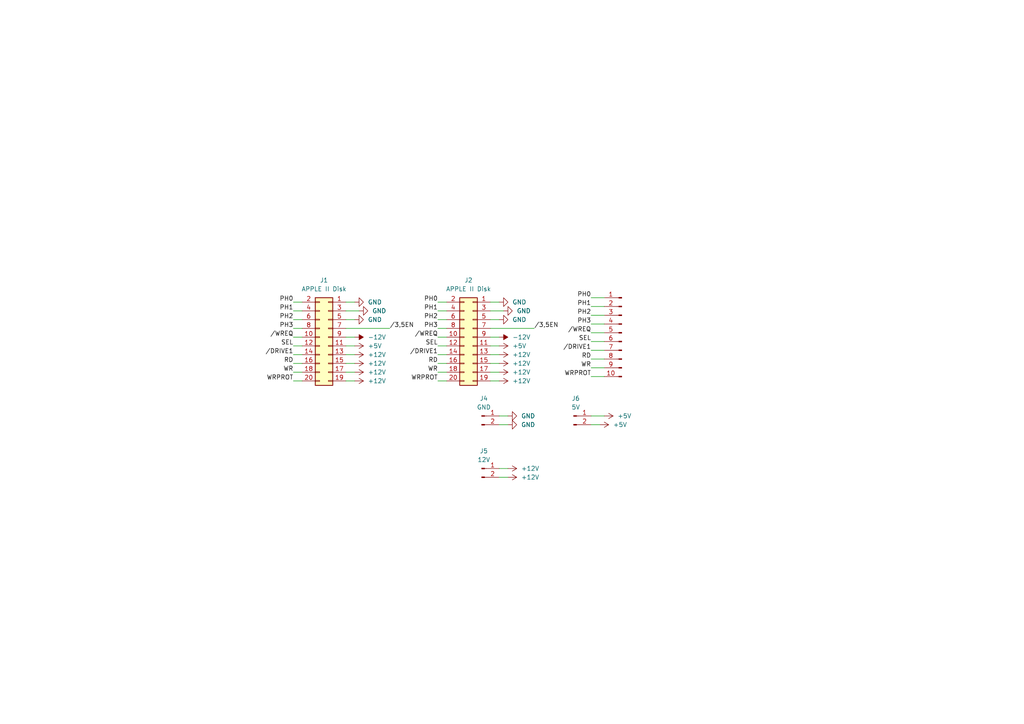
<source format=kicad_sch>
(kicad_sch (version 20211123) (generator eeschema)
  (paper "A4")
  (lib_symbols
    (symbol "Connector:Conn_01x02_Male" (pin_names (offset 1.016) hide)
      (property "Reference" "J" (at 0 2.54 0))
      (property "Value" "Conn_01x02_Male" (at 0 -5.08 0))
      (property "Footprint" "Connector_PinHeader_2.54mm:PinHeader_1x02_P2.54mm_Vertical" (at 0 0 0))
      (symbol "Conn_01x02_Male_1_1"
        (polyline (pts (xy 1.27 -2.54) (xy 0.8636 -2.54)) (stroke (width 0.1524)))
        (polyline (pts (xy 1.27 0) (xy 0.8636 0)) (stroke (width 0.1524)))
        (rectangle (start 0.8636 -2.413) (end 0 -2.667) (stroke (width 0.1524)) (fill (type outline)))
        (rectangle (start 0.8636 0.127) (end 0 -0.127) (stroke (width 0.1524)) (fill (type outline)))
        (pin passive line (at 5.08 0 180) (length 3.81) (name "Pin_1") (number "1"))
        (pin passive line (at 5.08 -2.54 180) (length 3.81) (name "Pin_2") (number "2"))
      )
    )
    (symbol "Connector:Conn_01x10_Male" (pin_names (offset 1.016) hide)
      (property "Reference" "J" (at 0 12.7 0))
      (property "Value" "Conn_01x10_Male" (at 0 -15.24 0))
      (symbol "Conn_01x10_Male_1_1"
        (polyline (pts (xy 1.27 -12.7) (xy 0.8636 -12.7)) (stroke (width 0.1524)))
        (polyline (pts (xy 1.27 -10.16) (xy 0.8636 -10.16)) (stroke (width 0.1524)))
        (polyline (pts (xy 1.27 -7.62) (xy 0.8636 -7.62)) (stroke (width 0.1524)))
        (polyline (pts (xy 1.27 -5.08) (xy 0.8636 -5.08)) (stroke (width 0.1524)))
        (polyline (pts (xy 1.27 -2.54) (xy 0.8636 -2.54)) (stroke (width 0.1524)))
        (polyline (pts (xy 1.27 0) (xy 0.8636 0)) (stroke (width 0.1524)))
        (polyline (pts (xy 1.27 2.54) (xy 0.8636 2.54)) (stroke (width 0.1524)))
        (polyline (pts (xy 1.27 5.08) (xy 0.8636 5.08)) (stroke (width 0.1524)))
        (polyline (pts (xy 1.27 7.62) (xy 0.8636 7.62)) (stroke (width 0.1524)))
        (polyline (pts (xy 1.27 10.16) (xy 0.8636 10.16)) (stroke (width 0.1524)))
        (rectangle (start 0.8636 -12.573) (end 0 -12.827) (stroke (width 0.1524)) (fill (type outline)))
        (rectangle (start 0.8636 -10.033) (end 0 -10.287) (stroke (width 0.1524)) (fill (type outline)))
        (rectangle (start 0.8636 -7.493) (end 0 -7.747) (stroke (width 0.1524)) (fill (type outline)))
        (rectangle (start 0.8636 -4.953) (end 0 -5.207) (stroke (width 0.1524)) (fill (type outline)))
        (rectangle (start 0.8636 -2.413) (end 0 -2.667) (stroke (width 0.1524)) (fill (type outline)))
        (rectangle (start 0.8636 0.127) (end 0 -0.127) (stroke (width 0.1524)) (fill (type outline)))
        (rectangle (start 0.8636 2.667) (end 0 2.413) (stroke (width 0.1524)) (fill (type outline)))
        (rectangle (start 0.8636 5.207) (end 0 4.953) (stroke (width 0.1524)) (fill (type outline)))
        (rectangle (start 0.8636 7.747) (end 0 7.493) (stroke (width 0.1524)) (fill (type outline)))
        (rectangle (start 0.8636 10.287) (end 0 10.033) (stroke (width 0.1524)) (fill (type outline)))
        (pin passive line (at 5.08 10.16 180) (length 3.81) (name "Pin_1") (number "1"))
        (pin passive line (at 5.08 -12.7 180) (length 3.81) (name "Pin_10") (number "10"))
        (pin passive line (at 5.08 7.62 180) (length 3.81) (name "Pin_2") (number "2"))
        (pin passive line (at 5.08 5.08 180) (length 3.81) (name "Pin_3") (number "3"))
        (pin passive line (at 5.08 2.54 180) (length 3.81) (name "Pin_4") (number "4"))
        (pin passive line (at 5.08 0 180) (length 3.81) (name "Pin_5") (number "5"))
        (pin passive line (at 5.08 -2.54 180) (length 3.81) (name "Pin_6") (number "6"))
        (pin passive line (at 5.08 -5.08 180) (length 3.81) (name "Pin_7") (number "7"))
        (pin passive line (at 5.08 -7.62 180) (length 3.81) (name "Pin_8") (number "8"))
        (pin passive line (at 5.08 -10.16 180) (length 3.81) (name "Pin_9") (number "9"))
      )
    )
    (symbol "Connector_Generic:Conn_02x10_Odd_Even" (pin_names (offset 1.016) hide)
      (property "Reference" "J" (at 1.27 12.7 0))
      (property "Value" "Conn_02x10_Odd_Even" (at 1.27 -15.24 0))
      (symbol "Conn_02x10_Odd_Even_1_1"
        (rectangle (start -1.27 -12.573) (end 0 -12.827) (stroke (width 0.1524)))
        (rectangle (start -1.27 -10.033) (end 0 -10.287) (stroke (width 0.1524)))
        (rectangle (start -1.27 -7.493) (end 0 -7.747) (stroke (width 0.1524)))
        (rectangle (start -1.27 -4.953) (end 0 -5.207) (stroke (width 0.1524)))
        (rectangle (start -1.27 -2.413) (end 0 -2.667) (stroke (width 0.1524)))
        (rectangle (start -1.27 0.127) (end 0 -0.127) (stroke (width 0.1524)))
        (rectangle (start -1.27 2.667) (end 0 2.413) (stroke (width 0.1524)))
        (rectangle (start -1.27 5.207) (end 0 4.953) (stroke (width 0.1524)))
        (rectangle (start -1.27 7.747) (end 0 7.493) (stroke (width 0.1524)))
        (rectangle (start -1.27 10.287) (end 0 10.033) (stroke (width 0.1524)))
        (rectangle (start -1.27 11.43) (end 3.81 -13.97) (stroke (width 0.254)) (fill (type background)))
        (rectangle (start 3.81 -12.573) (end 2.54 -12.827) (stroke (width 0.1524)))
        (rectangle (start 3.81 -10.033) (end 2.54 -10.287) (stroke (width 0.1524)))
        (rectangle (start 3.81 -7.493) (end 2.54 -7.747) (stroke (width 0.1524)))
        (rectangle (start 3.81 -4.953) (end 2.54 -5.207) (stroke (width 0.1524)))
        (rectangle (start 3.81 -2.413) (end 2.54 -2.667) (stroke (width 0.1524)))
        (rectangle (start 3.81 0.127) (end 2.54 -0.127) (stroke (width 0.1524)))
        (rectangle (start 3.81 2.667) (end 2.54 2.413) (stroke (width 0.1524)))
        (rectangle (start 3.81 5.207) (end 2.54 4.953) (stroke (width 0.1524)))
        (rectangle (start 3.81 7.747) (end 2.54 7.493) (stroke (width 0.1524)))
        (rectangle (start 3.81 10.287) (end 2.54 10.033) (stroke (width 0.1524)))
        (pin passive line (at -5.08 10.16 0) (length 3.81) (name "Pin_1") (number "1"))
        (pin passive line (at 7.62 0 180) (length 3.81) (name "Pin_10") (number "10"))
        (pin passive line (at -5.08 -2.54 0) (length 3.81) (name "Pin_11") (number "11"))
        (pin passive line (at 7.62 -2.54 180) (length 3.81) (name "Pin_12") (number "12"))
        (pin passive line (at -5.08 -5.08 0) (length 3.81) (name "Pin_13") (number "13"))
        (pin passive line (at 7.62 -5.08 180) (length 3.81) (name "Pin_14") (number "14"))
        (pin passive line (at -5.08 -7.62 0) (length 3.81) (name "Pin_15") (number "15"))
        (pin passive line (at 7.62 -7.62 180) (length 3.81) (name "Pin_16") (number "16"))
        (pin passive line (at -5.08 -10.16 0) (length 3.81) (name "Pin_17") (number "17"))
        (pin passive line (at 7.62 -10.16 180) (length 3.81) (name "Pin_18") (number "18"))
        (pin passive line (at -5.08 -12.7 0) (length 3.81) (name "Pin_19") (number "19"))
        (pin passive line (at 7.62 10.16 180) (length 3.81) (name "Pin_2") (number "2"))
        (pin passive line (at 7.62 -12.7 180) (length 3.81) (name "Pin_20") (number "20"))
        (pin passive line (at -5.08 7.62 0) (length 3.81) (name "Pin_3") (number "3"))
        (pin passive line (at 7.62 7.62 180) (length 3.81) (name "Pin_4") (number "4"))
        (pin passive line (at -5.08 5.08 0) (length 3.81) (name "Pin_5") (number "5"))
        (pin passive line (at 7.62 5.08 180) (length 3.81) (name "Pin_6") (number "6"))
        (pin passive line (at -5.08 2.54 0) (length 3.81) (name "Pin_7") (number "7"))
        (pin passive line (at 7.62 2.54 180) (length 3.81) (name "Pin_8") (number "8"))
        (pin passive line (at -5.08 0 0) (length 3.81) (name "Pin_9") (number "9"))
      )
    )
    (symbol "power:+12V" (power) (pin_names (offset 0))
      (property "Value" "+12V" (at 0 3.556 0))
      (symbol "+12V_0_1"
        (polyline (pts (xy -0.762 1.27) (xy 0 2.54)))
        (polyline (pts (xy 0 0) (xy 0 2.54)))
        (polyline (pts (xy 0 2.54) (xy 0.762 1.27)))
      )
      (symbol "+12V_1_1"
        (pin power_in line (at 0 0 90) (length 0) hide (name "+12V") (number "1"))
      )
    )
    (symbol "power:+5V" (power) (pin_names (offset 0))
      (property "Value" "+5V" (at 0 3.556 0))
      (symbol "+5V_0_1"
        (polyline (pts (xy -0.762 1.27) (xy 0 2.54)))
        (polyline (pts (xy 0 0) (xy 0 2.54)))
        (polyline (pts (xy 0 2.54) (xy 0.762 1.27)))
      )
      (symbol "+5V_1_1"
        (pin power_in line (at 0 0 90) (length 0) hide (name "+5V") (number "1"))
      )
    )
    (symbol "power:-12V" (power) (pin_names (offset 0))
      (property "Value" "-12V" (at 0 3.81 0))
      (symbol "-12V_0_0"
        (pin power_in line (at 0 0 90) (length 0) hide (name "-12V") (number "1"))
      )
      (symbol "-12V_0_1"
        (polyline (pts (xy 0 0) (xy 0 1.27) (xy 0.762 1.27) (xy 0 2.54) (xy -0.762 1.27) (xy 0 1.27)) (fill (type outline)))
      )
    )
    (symbol "power:GND" (power) (pin_names (offset 0))
      (property "Value" "GND" (at 0 -3.81 0))
      (symbol "GND_0_1"
        (polyline (pts (xy 0 0) (xy 0 -1.27) (xy 1.27 -1.27) (xy 0 -2.54) (xy -1.27 -1.27) (xy 0 -1.27)))
      )
      (symbol "GND_1_1"
        (pin power_in line (at 0 0 270) (length 0) hide (name "GND") (number "1"))
      )
    )
  )
  (wire (pts (xy 85.09 92.71) (xy 87.63 92.71)))
  (wire (pts (xy 85.09 102.87) (xy 87.63 102.87)))
  (wire (pts (xy 100.33 92.71) (xy 102.87 92.71)))
  (wire (pts (xy 142.24 110.49) (xy 144.78 110.49)))
  (wire (pts (xy 142.24 102.87) (xy 144.78 102.87)))
  (wire (pts (xy 100.33 107.95) (xy 102.87 107.95)))
  (wire (pts (xy 142.24 87.63) (xy 144.78 87.63)))
  (wire (pts (xy 144.78 135.89) (xy 147.32 135.89)))
  (wire (pts (xy 85.09 110.49) (xy 87.63 110.49)))
  (wire (pts (xy 142.24 100.33) (xy 144.78 100.33)))
  (wire (pts (xy 85.09 105.41) (xy 87.63 105.41)))
  (wire (pts (xy 100.33 102.87) (xy 102.87 102.87)))
  (wire (pts (xy 144.78 123.19) (xy 147.32 123.19)))
  (wire (pts (xy 171.45 88.9) (xy 175.26 88.9)))
  (wire (pts (xy 127 90.17) (xy 129.54 90.17)))
  (wire (pts (xy 85.09 97.79) (xy 87.63 97.79)))
  (wire (pts (xy 171.45 104.14) (xy 175.26 104.14)))
  (wire (pts (xy 171.45 106.68) (xy 175.26 106.68)))
  (wire (pts (xy 142.24 95.25) (xy 154.94 95.25)))
  (wire (pts (xy 142.24 92.71) (xy 144.78 92.71)))
  (wire (pts (xy 142.24 107.95) (xy 144.78 107.95)))
  (wire (pts (xy 100.33 90.17) (xy 104.14 90.17)))
  (wire (pts (xy 171.45 96.52) (xy 175.26 96.52)))
  (wire (pts (xy 171.45 120.65) (xy 175.26 120.65)))
  (wire (pts (xy 142.24 97.79) (xy 144.78 97.79)))
  (wire (pts (xy 100.33 97.79) (xy 102.87 97.79)))
  (wire (pts (xy 85.09 90.17) (xy 87.63 90.17)))
  (wire (pts (xy 100.33 100.33) (xy 102.87 100.33)))
  (wire (pts (xy 127 110.49) (xy 129.54 110.49)))
  (wire (pts (xy 127 107.95) (xy 129.54 107.95)))
  (wire (pts (xy 171.45 123.19) (xy 173.99 123.19)))
  (wire (pts (xy 127 102.87) (xy 129.54 102.87)))
  (wire (pts (xy 127 97.79) (xy 129.54 97.79)))
  (wire (pts (xy 85.09 95.25) (xy 87.63 95.25)))
  (wire (pts (xy 100.33 105.41) (xy 102.87 105.41)))
  (wire (pts (xy 171.45 93.98) (xy 175.26 93.98)))
  (wire (pts (xy 100.33 95.25) (xy 113.03 95.25)))
  (wire (pts (xy 127 92.71) (xy 129.54 92.71)))
  (wire (pts (xy 127 87.63) (xy 129.54 87.63)))
  (wire (pts (xy 171.45 91.44) (xy 175.26 91.44)))
  (wire (pts (xy 171.45 99.06) (xy 175.26 99.06)))
  (wire (pts (xy 100.33 110.49) (xy 102.87 110.49)))
  (wire (pts (xy 142.24 105.41) (xy 144.78 105.41)))
  (wire (pts (xy 171.45 109.22) (xy 175.26 109.22)))
  (wire (pts (xy 127 95.25) (xy 129.54 95.25)))
  (wire (pts (xy 144.78 120.65) (xy 147.32 120.65)))
  (wire (pts (xy 85.09 100.33) (xy 87.63 100.33)))
  (wire (pts (xy 85.09 107.95) (xy 87.63 107.95)))
  (wire (pts (xy 127 100.33) (xy 129.54 100.33)))
  (wire (pts (xy 100.33 87.63) (xy 102.87 87.63)))
  (wire (pts (xy 127 105.41) (xy 129.54 105.41)))
  (wire (pts (xy 85.09 87.63) (xy 87.63 87.63)))
  (wire (pts (xy 171.45 101.6) (xy 175.26 101.6)))
  (wire (pts (xy 144.78 138.43) (xy 147.32 138.43)))
  (wire (pts (xy 142.24 90.17) (xy 146.05 90.17)))
  (wire (pts (xy 171.45 86.36) (xy 175.26 86.36)))
  (label "WRPROT" (at 171.45 109.22 180))
  (label "SEL" (at 127 100.33 180))
  (label "{slash}DRIVE1" (at 127 102.87 180))
  (label "PH2" (at 85.09 92.71 180))
  (label "{slash}WREQ" (at 85.09 97.79 180))
  (label "PH2" (at 171.45 91.44 180))
  (label "PH1" (at 171.45 88.9 180))
  (label "PH1" (at 127 90.17 180))
  (label "WRPROT" (at 85.09 110.49 180))
  (label "RD" (at 127 105.41 180))
  (label "SEL" (at 171.45 99.06 180))
  (label "{slash}DRIVE1" (at 171.45 101.6 180))
  (label "WR" (at 171.45 106.68 180))
  (label "RD" (at 85.09 105.41 180))
  (label "{slash}DRIVE1" (at 85.09 102.87 180))
  (label "WR" (at 127 107.95 180))
  (label "PH3" (at 127 95.25 180))
  (label "{slash}WREQ" (at 171.45 96.52 180))
  (label "SEL" (at 85.09 100.33 180))
  (label "{slash}3,5EN" (at 113.03 95.25 0))
  (label "WRPROT" (at 127 110.49 180))
  (label "RD" (at 171.45 104.14 180))
  (label "{slash}3,5EN" (at 154.94 95.25 0))
  (label "WR" (at 85.09 107.95 180))
  (label "PH0" (at 127 87.63 180))
  (label "PH0" (at 171.45 86.36 180))
  (label "PH1" (at 85.09 90.17 180))
  (label "{slash}WREQ" (at 127 97.79 180))
  (label "PH2" (at 127 92.71 180))
  (label "PH3" (at 85.09 95.25 180))
  (label "PH0" (at 85.09 87.63 180))
  (label "PH3" (at 171.45 93.98 180))
  (symbol (lib_id "power:GND") (at 147.32 123.19 90) (unit 1)
    (property "Reference" "#PWR0101" (effects hide))
    (property "Value" "GND" (at 151.13 123.1899 90) (effects (justify right)))
  )
  (symbol (lib_id "power:+5V") (at 144.78 100.33 270) (unit 1)
    (property "Reference" "#PWR013" (effects hide))
    (property "Value" "+5V" (at 148.59 100.3299 90) (effects (justify left)))
  )
  (symbol (lib_id "power:+12V") (at 144.78 105.41 270) (unit 1)
    (property "Reference" "#PWR015" (effects hide))
    (property "Value" "+12V" (at 148.59 105.4099 90) (effects (justify left)))
  )
  (symbol (lib_id "power:+12V") (at 102.87 105.41 270) (unit 1)
    (property "Reference" "#PWR06" (effects hide))
    (property "Value" "+12V" (at 106.68 105.4099 90) (effects (justify left)))
  )
  (symbol (lib_id "power:GND") (at 146.05 90.17 90) (unit 1)
    (property "Reference" "#PWR018" (effects hide))
    (property "Value" "GND" (at 149.86 90.1699 90) (effects (justify right)))
  )
  (symbol (lib_id "power:+5V") (at 102.87 100.33 270) (unit 1)
    (property "Reference" "#PWR04" (effects hide))
    (property "Value" "+5V" (at 106.68 100.3299 90) (effects (justify left)))
  )
  (symbol (lib_id "power:-12V") (at 144.78 97.79 270) (unit 1)
    (property "Reference" "#PWR012" (effects hide))
    (property "Value" "-12V" (at 148.59 97.7899 90) (effects (justify left)))
  )
  (symbol (lib_id "Connector:Conn_01x02_Male") (at 139.7 135.89 0) (unit 1)
    (property "Reference" "J5" (at 140.335 130.81 0))
    (property "Value" "12V" (at 140.335 133.35 0))
    (property "Footprint" "Connector_PinHeader_2.54mm:PinHeader_1x02_P2.54mm_Vertical" (effects hide))
  )
  (symbol (lib_id "power:+12V") (at 102.87 102.87 270) (unit 1)
    (property "Reference" "#PWR05" (effects hide))
    (property "Value" "+12V" (at 106.68 102.8699 90) (effects (justify left)))
  )
  (symbol (lib_id "power:GND") (at 144.78 92.71 90) (unit 1)
    (property "Reference" "#PWR011" (effects hide))
    (property "Value" "GND" (at 148.59 92.7099 90) (effects (justify right)))
  )
  (symbol (lib_id "power:+12V") (at 147.32 138.43 270) (unit 1)
    (property "Reference" "#PWR?" (effects hide))
    (property "Value" "+12V" (at 151.13 138.4299 90) (effects (justify left)))
  )
  (symbol (lib_id "Connector_Generic:Conn_02x10_Odd_Even") (at 137.16 97.79 0) (mirror y) (unit 1)
    (property "Reference" "J2" (at 135.89 81.28 0))
    (property "Value" "APPLE II Disk" (at 135.89 83.82 0))
    (property "Footprint" "Connector_IDC:IDC-Header_2x10_P2.54mm_Vertical" (effects hide))
  )
  (symbol (lib_id "power:+12V") (at 102.87 107.95 270) (unit 1)
    (property "Reference" "#PWR07" (effects hide))
    (property "Value" "+12V" (at 106.68 107.9499 90) (effects (justify left)))
  )
  (symbol (lib_id "Connector:Conn_01x10_Male") (at 180.34 96.52 0) (mirror y) (unit 1)
    (property "Reference" "J3" (effects hide))
    (property "Value" "Conn_01x10_Male" (effects hide))
    (property "Footprint" "Connector_PinHeader_2.54mm:PinHeader_1x10_P2.54mm_Vertical" (effects hide))
  )
  (symbol (lib_id "power:+12V") (at 102.87 110.49 270) (unit 1)
    (property "Reference" "#PWR08" (effects hide))
    (property "Value" "+12V" (at 106.68 110.4899 90) (effects (justify left)))
  )
  (symbol (lib_id "power:GND") (at 102.87 92.71 90) (unit 1)
    (property "Reference" "#PWR02" (effects hide))
    (property "Value" "GND" (at 106.68 92.7099 90) (effects (justify right)))
  )
  (symbol (lib_id "power:-12V") (at 102.87 97.79 270) (unit 1)
    (property "Reference" "#PWR03" (effects hide))
    (property "Value" "-12V" (at 106.68 97.7899 90) (effects (justify left)))
  )
  (symbol (lib_id "power:GND") (at 144.78 87.63 90) (unit 1)
    (property "Reference" "#PWR010" (effects hide))
    (property "Value" "GND" (at 148.59 87.6299 90) (effects (justify right)))
  )
  (symbol (lib_id "power:GND") (at 147.32 120.65 90) (unit 1)
    (property "Reference" "#PWR0102" (effects hide))
    (property "Value" "GND" (at 151.13 120.6499 90) (effects (justify right)))
  )
  (symbol (lib_id "power:+12V") (at 144.78 110.49 270) (unit 1)
    (property "Reference" "#PWR017" (effects hide))
    (property "Value" "+12V" (at 148.59 110.4899 90) (effects (justify left)))
  )
  (symbol (lib_id "power:GND") (at 104.14 90.17 90) (unit 1)
    (property "Reference" "#PWR09" (effects hide))
    (property "Value" "GND" (at 107.95 90.1699 90) (effects (justify right)))
  )
  (symbol (lib_id "power:+5V") (at 175.26 120.65 270) (unit 1)
    (property "Reference" "#PWR?" (effects hide))
    (property "Value" "+5V" (at 179.07 120.6499 90) (effects (justify left)))
  )
  (symbol (lib_id "power:+12V") (at 144.78 107.95 270) (unit 1)
    (property "Reference" "#PWR016" (effects hide))
    (property "Value" "+12V" (at 148.59 107.9499 90) (effects (justify left)))
  )
  (symbol (lib_id "power:+12V") (at 144.78 102.87 270) (unit 1)
    (property "Reference" "#PWR014" (effects hide))
    (property "Value" "+12V" (at 148.59 102.8699 90) (effects (justify left)))
  )
  (symbol (lib_id "power:+5V") (at 173.99 123.19 270) (unit 1)
    (property "Reference" "#PWR?" (effects hide))
    (property "Value" "+5V" (at 177.8 123.1899 90) (effects (justify left)))
  )
  (symbol (lib_id "Connector_Generic:Conn_02x10_Odd_Even") (at 95.25 97.79 0) (mirror y) (unit 1)
    (property "Reference" "J1" (at 93.98 81.28 0))
    (property "Value" "APPLE II Disk" (at 93.98 83.82 0))
    (property "Footprint" "Connector_IDC:IDC-Header_2x10_P2.54mm_Vertical" (effects hide))
  )
  (symbol (lib_id "power:+12V") (at 147.32 135.89 270) (unit 1)
    (property "Reference" "#PWR?" (effects hide))
    (property "Value" "+12V" (at 151.13 135.8899 90) (effects (justify left)))
  )
  (symbol (lib_id "Connector:Conn_01x02_Male") (at 139.7 120.65 0) (unit 1)
    (property "Reference" "J4" (at 140.335 115.57 0))
    (property "Value" "GND" (at 140.335 118.11 0))
    (property "Footprint" "Connector_PinHeader_2.54mm:PinHeader_1x02_P2.54mm_Vertical" (effects hide))
  )
  (symbol (lib_id "power:GND") (at 102.87 87.63 90) (unit 1)
    (property "Reference" "#PWR01" (effects hide))
    (property "Value" "GND" (at 106.68 87.6299 90) (effects (justify right)))
  )
  (symbol (lib_id "Connector:Conn_01x02_Male") (at 166.37 120.65 0) (unit 1)
    (property "Reference" "J6" (at 167.005 115.57 0))
    (property "Value" "5V" (at 167.005 118.11 0))
    (property "Footprint" "Connector_PinHeader_2.54mm:PinHeader_1x02_P2.54mm_Vertical" (effects hide))
  )
)
</source>
